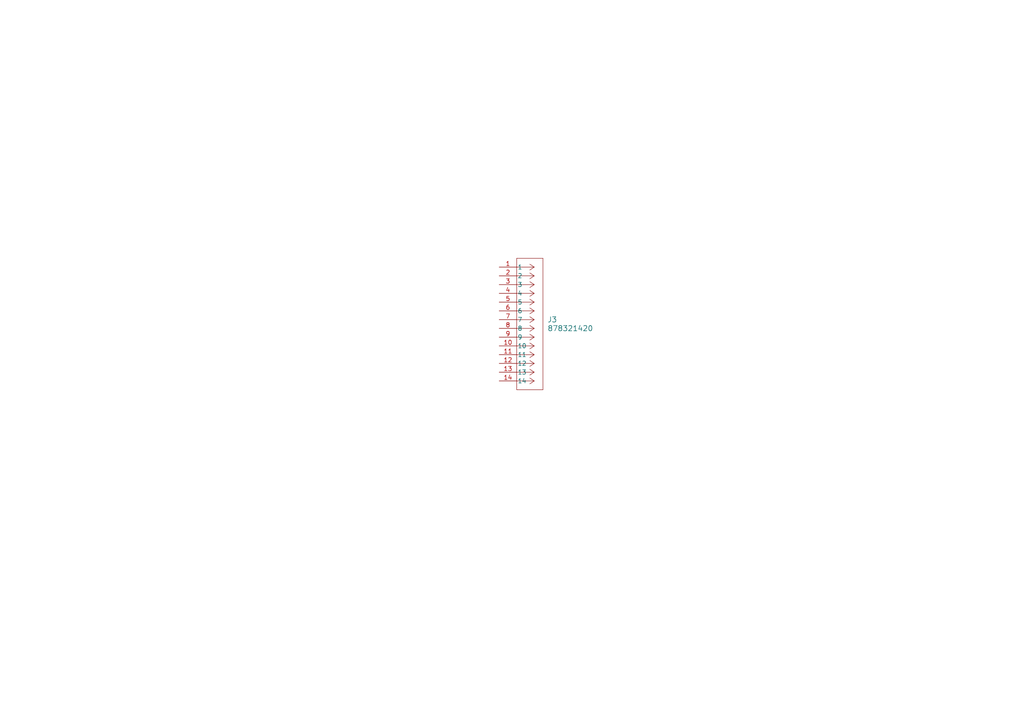
<source format=kicad_sch>
(kicad_sch (version 20231120) (generator "eeschema") (generator_version "8.0")
  (paper "A4")
  (lib_symbols
    (symbol "878321420:878321420" (pin_names (offset 0.254))
      (property "Reference" "J" (at 8.89 6.35 0))
      (property "Value" "878321420" (at 0 0 0))
      (symbol "878321420_1_1"
        (polyline (pts (xy 5.08 -35.56) (xy 12.7 -35.56)) (stroke (width 0.127)))
        (polyline (pts (xy 5.08 2.54) (xy 5.08 -35.56)) (stroke (width 0.127)))
        (polyline (pts (xy 10.16 -33.02) (xy 5.08 -33.02)) (stroke (width 0.127)))
        (polyline (pts (xy 10.16 -33.02) (xy 8.89 -33.8667)) (stroke (width 0.127)))
        (polyline (pts (xy 10.16 -33.02) (xy 8.89 -32.1733)) (stroke (width 0.127)))
        (polyline (pts (xy 10.16 -30.48) (xy 5.08 -30.48)) (stroke (width 0.127)))
        (polyline (pts (xy 10.16 -30.48) (xy 8.89 -31.3267)) (stroke (width 0.127)))
        (polyline (pts (xy 10.16 -30.48) (xy 8.89 -29.6333)) (stroke (width 0.127)))
        (polyline (pts (xy 10.16 -27.94) (xy 5.08 -27.94)) (stroke (width 0.127)))
        (polyline (pts (xy 10.16 -27.94) (xy 8.89 -28.7867)) (stroke (width 0.127)))
        (polyline (pts (xy 10.16 -27.94) (xy 8.89 -27.0933)) (stroke (width 0.127)))
        (polyline (pts (xy 10.16 -25.4) (xy 5.08 -25.4)) (stroke (width 0.127)))
        (polyline (pts (xy 10.16 -25.4) (xy 8.89 -26.2467)) (stroke (width 0.127)))
        (polyline (pts (xy 10.16 -25.4) (xy 8.89 -24.5533)) (stroke (width 0.127)))
        (polyline (pts (xy 10.16 -22.86) (xy 5.08 -22.86)) (stroke (width 0.127)))
        (polyline (pts (xy 10.16 -22.86) (xy 8.89 -23.7067)) (stroke (width 0.127)))
        (polyline (pts (xy 10.16 -22.86) (xy 8.89 -22.0133)) (stroke (width 0.127)))
        (polyline (pts (xy 10.16 -20.32) (xy 5.08 -20.32)) (stroke (width 0.127)))
        (polyline (pts (xy 10.16 -20.32) (xy 8.89 -21.1667)) (stroke (width 0.127)))
        (polyline (pts (xy 10.16 -20.32) (xy 8.89 -19.4733)) (stroke (width 0.127)))
        (polyline (pts (xy 10.16 -17.78) (xy 5.08 -17.78)) (stroke (width 0.127)))
        (polyline (pts (xy 10.16 -17.78) (xy 8.89 -18.6267)) (stroke (width 0.127)))
        (polyline (pts (xy 10.16 -17.78) (xy 8.89 -16.9333)) (stroke (width 0.127)))
        (polyline (pts (xy 10.16 -15.24) (xy 5.08 -15.24)) (stroke (width 0.127)))
        (polyline (pts (xy 10.16 -15.24) (xy 8.89 -16.0867)) (stroke (width 0.127)))
        (polyline (pts (xy 10.16 -15.24) (xy 8.89 -14.3933)) (stroke (width 0.127)))
        (polyline (pts (xy 10.16 -12.7) (xy 5.08 -12.7)) (stroke (width 0.127)))
        (polyline (pts (xy 10.16 -12.7) (xy 8.89 -13.5467)) (stroke (width 0.127)))
        (polyline (pts (xy 10.16 -12.7) (xy 8.89 -11.8533)) (stroke (width 0.127)))
        (polyline (pts (xy 10.16 -10.16) (xy 5.08 -10.16)) (stroke (width 0.127)))
        (polyline (pts (xy 10.16 -10.16) (xy 8.89 -11.0067)) (stroke (width 0.127)))
        (polyline (pts (xy 10.16 -10.16) (xy 8.89 -9.3133)) (stroke (width 0.127)))
        (polyline (pts (xy 10.16 -7.62) (xy 5.08 -7.62)) (stroke (width 0.127)))
        (polyline (pts (xy 10.16 -7.62) (xy 8.89 -8.4667)) (stroke (width 0.127)))
        (polyline (pts (xy 10.16 -7.62) (xy 8.89 -6.7733)) (stroke (width 0.127)))
        (polyline (pts (xy 10.16 -5.08) (xy 5.08 -5.08)) (stroke (width 0.127)))
        (polyline (pts (xy 10.16 -5.08) (xy 8.89 -5.9267)) (stroke (width 0.127)))
        (polyline (pts (xy 10.16 -5.08) (xy 8.89 -4.2333)) (stroke (width 0.127)))
        (polyline (pts (xy 10.16 -2.54) (xy 5.08 -2.54)) (stroke (width 0.127)))
        (polyline (pts (xy 10.16 -2.54) (xy 8.89 -3.3867)) (stroke (width 0.127)))
        (polyline (pts (xy 10.16 -2.54) (xy 8.89 -1.6933)) (stroke (width 0.127)))
        (polyline (pts (xy 10.16 0) (xy 5.08 0)) (stroke (width 0.127)))
        (polyline (pts (xy 10.16 0) (xy 8.89 -0.8467)) (stroke (width 0.127)))
        (polyline (pts (xy 10.16 0) (xy 8.89 0.8467)) (stroke (width 0.127)))
        (polyline (pts (xy 12.7 -35.56) (xy 12.7 2.54)) (stroke (width 0.127)))
        (polyline (pts (xy 12.7 2.54) (xy 5.08 2.54)) (stroke (width 0.127)))
        (pin unspecified line (at 0 0 0) (length 5.08) (name "1") (number "1"))
        (pin unspecified line (at 0 -22.86 0) (length 5.08) (name "10") (number "10"))
        (pin unspecified line (at 0 -25.4 0) (length 5.08) (name "11") (number "11"))
        (pin unspecified line (at 0 -27.94 0) (length 5.08) (name "12") (number "12"))
        (pin unspecified line (at 0 -30.48 0) (length 5.08) (name "13") (number "13"))
        (pin unspecified line (at 0 -33.02 0) (length 5.08) (name "14") (number "14"))
        (pin unspecified line (at 0 -2.54 0) (length 5.08) (name "2") (number "2"))
        (pin unspecified line (at 0 -5.08 0) (length 5.08) (name "3") (number "3"))
        (pin unspecified line (at 0 -7.62 0) (length 5.08) (name "4") (number "4"))
        (pin unspecified line (at 0 -10.16 0) (length 5.08) (name "5") (number "5"))
        (pin unspecified line (at 0 -12.7 0) (length 5.08) (name "6") (number "6"))
        (pin unspecified line (at 0 -15.24 0) (length 5.08) (name "7") (number "7"))
        (pin unspecified line (at 0 -17.78 0) (length 5.08) (name "8") (number "8"))
        (pin unspecified line (at 0 -20.32 0) (length 5.08) (name "9") (number "9"))
      )
      (symbol "878321420_1_2"
        (polyline (pts (xy 5.08 -35.56) (xy 12.7 -35.56)) (stroke (width 0.127)))
        (polyline (pts (xy 5.08 2.54) (xy 5.08 -35.56)) (stroke (width 0.127)))
        (polyline (pts (xy 7.62 -33.02) (xy 5.08 -33.02)) (stroke (width 0.127)))
        (polyline (pts (xy 7.62 -33.02) (xy 8.89 -33.8667)) (stroke (width 0.127)))
        (polyline (pts (xy 7.62 -33.02) (xy 8.89 -32.1733)) (stroke (width 0.127)))
        (polyline (pts (xy 7.62 -30.48) (xy 5.08 -30.48)) (stroke (width 0.127)))
        (polyline (pts (xy 7.62 -30.48) (xy 8.89 -31.3267)) (stroke (width 0.127)))
        (polyline (pts (xy 7.62 -30.48) (xy 8.89 -29.6333)) (stroke (width 0.127)))
        (polyline (pts (xy 7.62 -27.94) (xy 5.08 -27.94)) (stroke (width 0.127)))
        (polyline (pts (xy 7.62 -27.94) (xy 8.89 -28.7867)) (stroke (width 0.127)))
        (polyline (pts (xy 7.62 -27.94) (xy 8.89 -27.0933)) (stroke (width 0.127)))
        (polyline (pts (xy 7.62 -25.4) (xy 5.08 -25.4)) (stroke (width 0.127)))
        (polyline (pts (xy 7.62 -25.4) (xy 8.89 -26.2467)) (stroke (width 0.127)))
        (polyline (pts (xy 7.62 -25.4) (xy 8.89 -24.5533)) (stroke (width 0.127)))
        (polyline (pts (xy 7.62 -22.86) (xy 5.08 -22.86)) (stroke (width 0.127)))
        (polyline (pts (xy 7.62 -22.86) (xy 8.89 -23.7067)) (stroke (width 0.127)))
        (polyline (pts (xy 7.62 -22.86) (xy 8.89 -22.0133)) (stroke (width 0.127)))
        (polyline (pts (xy 7.62 -20.32) (xy 5.08 -20.32)) (stroke (width 0.127)))
        (polyline (pts (xy 7.62 -20.32) (xy 8.89 -21.1667)) (stroke (width 0.127)))
        (polyline (pts (xy 7.62 -20.32) (xy 8.89 -19.4733)) (stroke (width 0.127)))
        (polyline (pts (xy 7.62 -17.78) (xy 5.08 -17.78)) (stroke (width 0.127)))
        (polyline (pts (xy 7.62 -17.78) (xy 8.89 -18.6267)) (stroke (width 0.127)))
        (polyline (pts (xy 7.62 -17.78) (xy 8.89 -16.9333)) (stroke (width 0.127)))
        (polyline (pts (xy 7.62 -15.24) (xy 5.08 -15.24)) (stroke (width 0.127)))
        (polyline (pts (xy 7.62 -15.24) (xy 8.89 -16.0867)) (stroke (width 0.127)))
        (polyline (pts (xy 7.62 -15.24) (xy 8.89 -14.3933)) (stroke (width 0.127)))
        (polyline (pts (xy 7.62 -12.7) (xy 5.08 -12.7)) (stroke (width 0.127)))
        (polyline (pts (xy 7.62 -12.7) (xy 8.89 -13.5467)) (stroke (width 0.127)))
        (polyline (pts (xy 7.62 -12.7) (xy 8.89 -11.8533)) (stroke (width 0.127)))
        (polyline (pts (xy 7.62 -10.16) (xy 5.08 -10.16)) (stroke (width 0.127)))
        (polyline (pts (xy 7.62 -10.16) (xy 8.89 -11.0067)) (stroke (width 0.127)))
        (polyline (pts (xy 7.62 -10.16) (xy 8.89 -9.3133)) (stroke (width 0.127)))
        (polyline (pts (xy 7.62 -7.62) (xy 5.08 -7.62)) (stroke (width 0.127)))
        (polyline (pts (xy 7.62 -7.62) (xy 8.89 -8.4667)) (stroke (width 0.127)))
        (polyline (pts (xy 7.62 -7.62) (xy 8.89 -6.7733)) (stroke (width 0.127)))
        (polyline (pts (xy 7.62 -5.08) (xy 5.08 -5.08)) (stroke (width 0.127)))
        (polyline (pts (xy 7.62 -5.08) (xy 8.89 -5.9267)) (stroke (width 0.127)))
        (polyline (pts (xy 7.62 -5.08) (xy 8.89 -4.2333)) (stroke (width 0.127)))
        (polyline (pts (xy 7.62 -2.54) (xy 5.08 -2.54)) (stroke (width 0.127)))
        (polyline (pts (xy 7.62 -2.54) (xy 8.89 -3.3867)) (stroke (width 0.127)))
        (polyline (pts (xy 7.62 -2.54) (xy 8.89 -1.6933)) (stroke (width 0.127)))
        (polyline (pts (xy 7.62 0) (xy 5.08 0)) (stroke (width 0.127)))
        (polyline (pts (xy 7.62 0) (xy 8.89 -0.8467)) (stroke (width 0.127)))
        (polyline (pts (xy 7.62 0) (xy 8.89 0.8467)) (stroke (width 0.127)))
        (polyline (pts (xy 12.7 -35.56) (xy 12.7 2.54)) (stroke (width 0.127)))
        (polyline (pts (xy 12.7 2.54) (xy 5.08 2.54)) (stroke (width 0.127)))
        (pin unspecified line (at 0 0 0) (length 5.08) (name "1") (number "1"))
        (pin unspecified line (at 0 -22.86 0) (length 5.08) (name "10") (number "10"))
        (pin unspecified line (at 0 -25.4 0) (length 5.08) (name "11") (number "11"))
        (pin unspecified line (at 0 -27.94 0) (length 5.08) (name "12") (number "12"))
        (pin unspecified line (at 0 -30.48 0) (length 5.08) (name "13") (number "13"))
        (pin unspecified line (at 0 -33.02 0) (length 5.08) (name "14") (number "14"))
        (pin unspecified line (at 0 -2.54 0) (length 5.08) (name "2") (number "2"))
        (pin unspecified line (at 0 -5.08 0) (length 5.08) (name "3") (number "3"))
        (pin unspecified line (at 0 -7.62 0) (length 5.08) (name "4") (number "4"))
        (pin unspecified line (at 0 -10.16 0) (length 5.08) (name "5") (number "5"))
        (pin unspecified line (at 0 -12.7 0) (length 5.08) (name "6") (number "6"))
        (pin unspecified line (at 0 -15.24 0) (length 5.08) (name "7") (number "7"))
        (pin unspecified line (at 0 -17.78 0) (length 5.08) (name "8") (number "8"))
        (pin unspecified line (at 0 -20.32 0) (length 5.08) (name "9") (number "9"))
      )
    )
  )
  (symbol (lib_id "878321420:878321420") (at 144.78 77.47 0) (unit 1)
    (property "Reference" "J3" (at 158.75 92.7099 0) (effects (font (size 1.524 1.524)) (justify left)))
    (property "Value" "878321420" (at 158.75 95.2499 0) (effects (font (size 1.524 1.524)) (justify left)))
    (property "Footprint" "CONN_87832-1420_MOL" (effects (hide yes)))
    (property "Datasheet" "878321420" (effects (hide yes)))
  )
)
</source>
